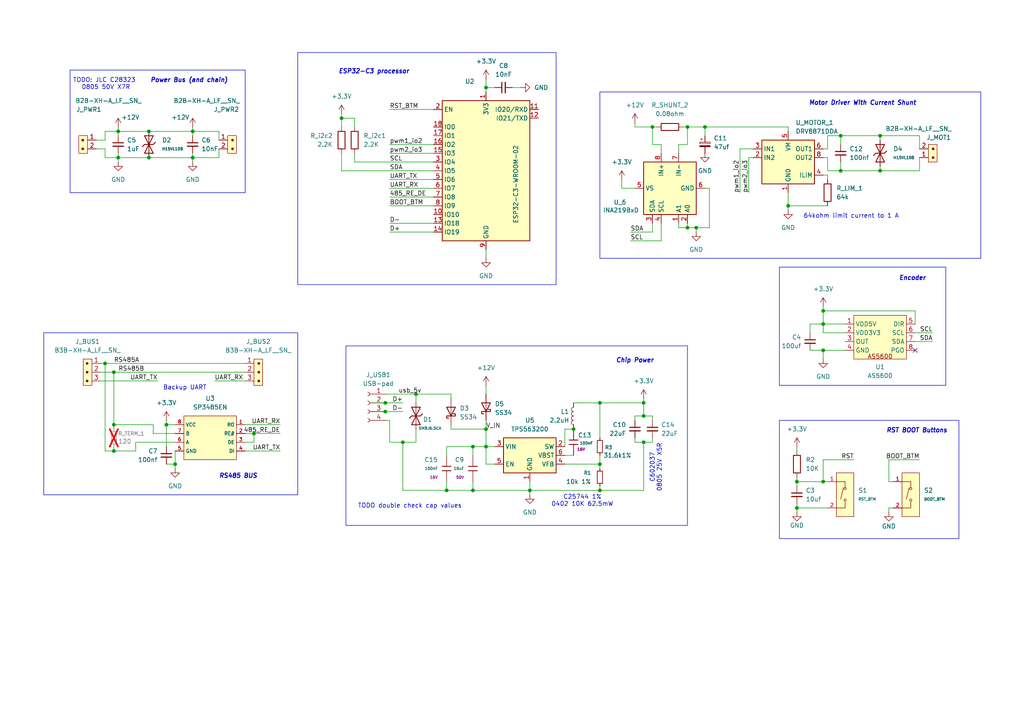
<source format=kicad_sch>
(kicad_sch (version 20250114) (generator "eeschema") (generator_version "9.0")
  (paper "A4")
  (rectangle (start 20.32 20.32) (end 71.12 55.88))
  (rectangle (start 226.06 77.47) (end 274.32 111.76))
  (rectangle (start 12.7 96.52) (end 86.36 143.51))
  (rectangle (start 226.06 121.92) (end 278.13 156.21))
  (rectangle (start 86.36 15.24) (end 161.29 82.55))
  (rectangle (start 100.33 100.33) (end 199.39 152.4))
  (rectangle (start 173.99 26.67) (end 284.48 74.93))
  (text "Power Bus (and chain)" (at 54.864 23.368 0) (effects (font (size 1.27 1.27) (thickness 0.254) (bold yes) (italic yes))))
  (text "RS485 BUS" (at 69.088 138.176 0) (effects (font (size 1.27 1.27) (thickness 0.254) (bold yes) (italic yes))))
  (text "ESP32-C3 processor" (at 108.458 20.828 0) (effects (font (size 1.27 1.27) (thickness 0.254) (bold yes) (italic yes))))
  (text "Motor Driver With Current Shunt" (at 250.19 29.972 0) (effects (font (size 1.27 1.27) (thickness 0.254) (bold yes) (italic yes))))
  (text "C25744 1%\n0402 10K 62.5mW" (at 168.91 145.288 0) (effects (font (size 1.27 1.27))))
  (text "TODO double check cap values" (at 118.872 146.812 0) (effects (font (size 1.27 1.27))))
  (text "TODO: JLC C28323 \n0805 50V X7R\n" (at 30.734 24.384 0) (effects (font (size 1.27 1.27))))
  (text "Backup UART" (at 53.594 112.522 0) (effects (font (size 1.27 1.27) (thickness 0.1588))))
  (text "Encoder" (at 264.668 80.772 0) (effects (font (size 1.27 1.27) (thickness 0.254) (bold yes) (italic yes))))
  (text "Chip Power" (at 184.15 104.648 0) (effects (font (size 1.27 1.27) (thickness 0.254) (bold yes) (italic yes))))
  (text "64kohm limit current to 1 A" (at 246.888 62.738 0) (effects (font (size 1.27 1.27))))
  (text "RST BOOT Buttons" (at 265.938 124.968 0) (effects (font (size 1.27 1.27) (thickness 0.254) (bold yes) (italic yes))))
  (text "C602037\n0805 25V X5R" (at 190.246 135.636 90) (effects (font (size 1.27 1.27))))
  (junction (at 140.97 129.54))
  (junction (at 189.23 36.83))
  (junction (at 173.99 142.24))
  (junction (at 30.48 105.41))
  (junction (at 204.47 36.83))
  (junction (at 111.76 116.84))
  (junction (at 228.6 59.69))
  (junction (at 186.69 120.65))
  (junction (at 231.14 139.7))
  (junction (at 99.06 34.29))
  (junction (at 243.84 39.37))
  (junction (at 153.67 142.24))
  (junction (at 55.88 38.1))
  (junction (at 33.02 123.19))
  (junction (at 111.76 119.38))
  (junction (at 140.97 124.46))
  (junction (at 33.02 107.95))
  (junction (at 166.37 124.46))
  (junction (at 255.27 39.37))
  (junction (at 73.66 125.73))
  (junction (at 238.76 101.6))
  (junction (at 231.14 147.32))
  (junction (at 238.76 90.17))
  (junction (at 137.16 142.24))
  (junction (at 33.02 130.81))
  (junction (at 116.84 128.27))
  (junction (at 129.54 142.24))
  (junction (at 199.39 36.83))
  (junction (at 50.8 134.62))
  (junction (at 43.18 45.72))
  (junction (at 243.84 49.53))
  (junction (at 48.26 123.19))
  (junction (at 34.29 38.1))
  (junction (at 199.39 66.04))
  (junction (at 140.97 25.4))
  (junction (at 55.88 45.72))
  (junction (at 238.76 93.98))
  (junction (at 186.69 116.84))
  (junction (at 186.69 128.27))
  (junction (at 34.29 45.72))
  (junction (at 43.18 38.1))
  (junction (at 201.93 66.04))
  (junction (at 255.27 49.53))
  (junction (at 173.99 116.84))
  (junction (at 137.16 129.54))
  (junction (at 238.76 139.7))
  (junction (at 120.65 114.3))
  (junction (at 173.99 134.62))
  (no_connect (at 265.43 101.6))
  (wire (pts (xy 39.37 130.81) (xy 39.37 128.27)))
  (wire (pts (xy 63.5 43.18) (xy 63.5 45.72)))
  (wire (pts (xy 50.8 130.81) (xy 50.8 134.62)))
  (wire (pts (xy 116.84 128.27) (xy 120.65 128.27)))
  (wire (pts (xy 50.8 135.89) (xy 50.8 134.62)))
  (wire (pts (xy 204.47 36.83) (xy 228.6 36.83)))
  (wire (pts (xy 73.66 125.73) (xy 73.66 128.27)))
  (wire (pts (xy 44.45 125.73) (xy 44.45 123.19)))
  (wire (pts (xy 240.03 43.18) (xy 240.03 39.37)))
  (wire (pts (xy 240.03 45.72) (xy 240.03 49.53)))
  (wire (pts (xy 113.03 64.77) (xy 125.73 64.77)))
  (wire (pts (xy 55.88 38.1) (xy 63.5 38.1)))
  (wire (pts (xy 71.12 125.73) (xy 73.66 125.73)))
  (wire (pts (xy 34.29 38.1) (xy 30.48 38.1)))
  (wire (pts (xy 204.47 36.83) (xy 204.47 39.37)))
  (wire (pts (xy 189.23 64.77) (xy 189.23 67.31)))
  (wire (pts (xy 33.02 130.81) (xy 39.37 130.81)))
  (wire (pts (xy 48.26 123.19) (xy 48.26 129.54)))
  (wire (pts (xy 34.29 36.83) (xy 34.29 38.1)))
  (wire (pts (xy 238.76 96.52) (xy 238.76 93.98)))
  (wire (pts (xy 243.84 39.37) (xy 255.27 39.37)))
  (wire (pts (xy 81.28 123.19) (xy 71.12 123.19)))
  (wire (pts (xy 214.63 43.18) (xy 214.63 55.88)))
  (wire (pts (xy 55.88 44.45) (xy 55.88 45.72)))
  (wire (pts (xy 137.16 129.54) (xy 140.97 129.54)))
  (wire (pts (xy 186.69 120.65) (xy 189.23 120.65)))
  (wire (pts (xy 29.21 107.95) (xy 33.02 107.95)))
  (wire (pts (xy 137.16 142.24) (xy 153.67 142.24)))
  (wire (pts (xy 240.03 50.8) (xy 240.03 52.07)))
  (wire (pts (xy 30.48 43.18) (xy 30.48 45.72)))
  (wire (pts (xy 173.99 142.24) (xy 186.69 142.24)))
  (wire (pts (xy 259.08 147.32) (xy 257.81 147.32)))
  (wire (pts (xy 140.97 22.86) (xy 140.97 25.4)))
  (wire (pts (xy 120.65 128.27) (xy 120.65 124.46)))
  (wire (pts (xy 238.76 101.6) (xy 238.76 104.14)))
  (wire (pts (xy 199.39 36.83) (xy 199.39 41.91)))
  (wire (pts (xy 34.29 45.72) (xy 34.29 46.99)))
  (wire (pts (xy 48.26 134.62) (xy 50.8 134.62)))
  (wire (pts (xy 186.69 128.27) (xy 189.23 128.27)))
  (wire (pts (xy 231.14 147.32) (xy 231.14 148.59)))
  (wire (pts (xy 148.59 25.4) (xy 151.13 25.4)))
  (wire (pts (xy 180.34 52.07) (xy 180.34 54.61)))
  (wire (pts (xy 113.03 52.07) (xy 125.73 52.07)))
  (wire (pts (xy 99.06 49.53) (xy 125.73 49.53)))
  (wire (pts (xy 231.14 139.7) (xy 231.14 140.97)))
  (wire (pts (xy 140.97 72.39) (xy 140.97 74.93)))
  (wire (pts (xy 189.23 41.91) (xy 191.77 41.91)))
  (wire (pts (xy 228.6 59.69) (xy 240.03 59.69)))
  (wire (pts (xy 33.02 123.19) (xy 33.02 124.46)))
  (wire (pts (xy 137.16 129.54) (xy 137.16 132.08)))
  (wire (pts (xy 228.6 36.83) (xy 228.6 38.1)))
  (wire (pts (xy 99.06 33.02) (xy 99.06 34.29)))
  (wire (pts (xy 234.95 101.6) (xy 238.76 101.6)))
  (wire (pts (xy 43.18 45.72) (xy 55.88 45.72)))
  (wire (pts (xy 30.48 45.72) (xy 34.29 45.72)))
  (wire (pts (xy 130.81 124.46) (xy 140.97 124.46)))
  (wire (pts (xy 238.76 139.7) (xy 238.76 133.35)))
  (wire (pts (xy 184.15 36.83) (xy 189.23 36.83)))
  (wire (pts (xy 29.21 105.41) (xy 30.48 105.41)))
  (wire (pts (xy 204.47 54.61) (xy 205.74 54.61)))
  (wire (pts (xy 39.37 128.27) (xy 50.8 128.27)))
  (wire (pts (xy 116.84 128.27) (xy 113.03 128.27)))
  (wire (pts (xy 255.27 48.26) (xy 255.27 49.53)))
  (wire (pts (xy 231.14 139.7) (xy 238.76 139.7)))
  (wire (pts (xy 120.65 114.3) (xy 120.65 116.84)))
  (wire (pts (xy 113.03 57.15) (xy 125.73 57.15)))
  (wire (pts (xy 102.87 46.99) (xy 125.73 46.99)))
  (wire (pts (xy 231.14 147.32) (xy 240.03 147.32)))
  (wire (pts (xy 173.99 132.08) (xy 173.99 134.62)))
  (wire (pts (xy 189.23 36.83) (xy 190.5 36.83)))
  (wire (pts (xy 199.39 36.83) (xy 204.47 36.83)))
  (wire (pts (xy 217.17 55.88) (xy 217.17 45.72)))
  (wire (pts (xy 30.48 38.1) (xy 30.48 40.64)))
  (wire (pts (xy 180.34 54.61) (xy 184.15 54.61)))
  (wire (pts (xy 34.29 38.1) (xy 43.18 38.1)))
  (wire (pts (xy 153.67 142.24) (xy 173.99 142.24)))
  (wire (pts (xy 196.85 66.04) (xy 199.39 66.04)))
  (wire (pts (xy 143.51 134.62) (xy 140.97 134.62)))
  (wire (pts (xy 55.88 36.83) (xy 55.88 38.1)))
  (wire (pts (xy 184.15 127) (xy 184.15 128.27)))
  (wire (pts (xy 186.69 128.27) (xy 186.69 142.24)))
  (wire (pts (xy 130.81 114.3) (xy 130.81 115.57)))
  (wire (pts (xy 265.43 93.98) (xy 265.43 90.17)))
  (wire (pts (xy 30.48 105.41) (xy 71.12 105.41)))
  (wire (pts (xy 129.54 129.54) (xy 137.16 129.54)))
  (wire (pts (xy 257.81 139.7) (xy 259.08 139.7)))
  (wire (pts (xy 113.03 121.92) (xy 113.03 128.27)))
  (wire (pts (xy 102.87 44.45) (xy 102.87 46.99)))
  (wire (pts (xy 111.76 116.84) (xy 116.84 116.84)))
  (wire (pts (xy 113.03 67.31) (xy 125.73 67.31)))
  (wire (pts (xy 243.84 39.37) (xy 243.84 41.91)))
  (wire (pts (xy 30.48 105.41) (xy 30.48 130.81)))
  (wire (pts (xy 140.97 124.46) (xy 140.97 129.54)))
  (wire (pts (xy 243.84 49.53) (xy 255.27 49.53)))
  (wire (pts (xy 73.66 128.27) (xy 71.12 128.27)))
  (wire (pts (xy 231.14 146.05) (xy 231.14 147.32)))
  (wire (pts (xy 228.6 59.69) (xy 228.6 60.96)))
  (wire (pts (xy 129.54 139.7) (xy 129.54 142.24)))
  (wire (pts (xy 217.17 45.72) (xy 218.44 45.72)))
  (wire (pts (xy 182.88 67.31) (xy 189.23 67.31)))
  (wire (pts (xy 266.7 39.37) (xy 266.7 43.18)))
  (wire (pts (xy 184.15 120.65) (xy 184.15 121.92)))
  (wire (pts (xy 245.11 96.52) (xy 238.76 96.52)))
  (wire (pts (xy 43.18 38.1) (xy 55.88 38.1)))
  (wire (pts (xy 184.15 128.27) (xy 186.69 128.27)))
  (wire (pts (xy 48.26 121.92) (xy 48.26 123.19)))
  (wire (pts (xy 107.95 116.84) (xy 111.76 116.84)))
  (wire (pts (xy 163.83 132.08) (xy 166.37 132.08)))
  (wire (pts (xy 140.97 111.76) (xy 140.97 114.3)))
  (wire (pts (xy 240.03 49.53) (xy 243.84 49.53)))
  (wire (pts (xy 163.83 124.46) (xy 163.83 129.54)))
  (wire (pts (xy 189.23 36.83) (xy 189.23 41.91)))
  (wire (pts (xy 191.77 69.85) (xy 191.77 64.77)))
  (wire (pts (xy 113.03 31.75) (xy 125.73 31.75)))
  (wire (pts (xy 196.85 64.77) (xy 196.85 66.04)))
  (wire (pts (xy 48.26 123.19) (xy 50.8 123.19)))
  (wire (pts (xy 34.29 45.72) (xy 43.18 45.72)))
  (wire (pts (xy 265.43 96.52) (xy 270.51 96.52)))
  (wire (pts (xy 55.88 38.1) (xy 55.88 39.37)))
  (wire (pts (xy 238.76 93.98) (xy 234.95 93.98)))
  (wire (pts (xy 107.95 119.38) (xy 111.76 119.38)))
  (wire (pts (xy 186.69 115.57) (xy 186.69 116.84)))
  (wire (pts (xy 238.76 101.6) (xy 245.11 101.6)))
  (wire (pts (xy 30.48 43.18) (xy 27.94 43.18)))
  (wire (pts (xy 238.76 133.35) (xy 247.65 133.35)))
  (wire (pts (xy 44.45 123.19) (xy 33.02 123.19)))
  (wire (pts (xy 186.69 116.84) (xy 186.69 120.65)))
  (wire (pts (xy 173.99 134.62) (xy 173.99 135.89)))
  (wire (pts (xy 231.14 129.54) (xy 231.14 130.81)))
  (wire (pts (xy 257.81 139.7) (xy 257.81 133.35)))
  (wire (pts (xy 184.15 35.56) (xy 184.15 36.83)))
  (wire (pts (xy 199.39 64.77) (xy 199.39 66.04)))
  (wire (pts (xy 238.76 43.18) (xy 240.03 43.18)))
  (wire (pts (xy 228.6 55.88) (xy 228.6 59.69)))
  (wire (pts (xy 130.81 124.46) (xy 130.81 123.19)))
  (wire (pts (xy 137.16 139.7) (xy 137.16 142.24)))
  (wire (pts (xy 140.97 129.54) (xy 143.51 129.54)))
  (wire (pts (xy 182.88 69.85) (xy 191.77 69.85)))
  (wire (pts (xy 63.5 38.1) (xy 63.5 40.64)))
  (wire (pts (xy 113.03 59.69) (xy 125.73 59.69)))
  (wire (pts (xy 205.74 54.61) (xy 205.74 66.04)))
  (wire (pts (xy 81.28 130.81) (xy 71.12 130.81)))
  (wire (pts (xy 113.03 41.91) (xy 125.73 41.91)))
  (wire (pts (xy 243.84 49.53) (xy 243.84 46.99)))
  (wire (pts (xy 129.54 142.24) (xy 137.16 142.24)))
  (wire (pts (xy 120.65 114.3) (xy 130.81 114.3)))
  (wire (pts (xy 129.54 129.54) (xy 129.54 132.08)))
  (wire (pts (xy 173.99 116.84) (xy 173.99 127)))
  (wire (pts (xy 240.03 50.8) (xy 238.76 50.8)))
  (wire (pts (xy 116.84 142.24) (xy 129.54 142.24)))
  (wire (pts (xy 140.97 124.46) (xy 140.97 121.92)))
  (wire (pts (xy 153.67 143.51) (xy 153.67 142.24)))
  (wire (pts (xy 30.48 130.81) (xy 33.02 130.81)))
  (wire (pts (xy 81.28 125.73) (xy 73.66 125.73)))
  (wire (pts (xy 140.97 25.4) (xy 143.51 25.4)))
  (wire (pts (xy 55.88 45.72) (xy 55.88 46.99)))
  (wire (pts (xy 34.29 44.45) (xy 34.29 45.72)))
  (wire (pts (xy 257.81 147.32) (xy 257.81 148.59)))
  (wire (pts (xy 29.21 110.49) (xy 45.72 110.49)))
  (wire (pts (xy 116.84 128.27) (xy 116.84 142.24)))
  (wire (pts (xy 189.23 120.65) (xy 189.23 121.92)))
  (wire (pts (xy 238.76 93.98) (xy 245.11 93.98)))
  (wire (pts (xy 238.76 90.17) (xy 238.76 93.98)))
  (wire (pts (xy 33.02 107.95) (xy 33.02 123.19)))
  (wire (pts (xy 214.63 43.18) (xy 218.44 43.18)))
  (wire (pts (xy 173.99 142.24) (xy 173.99 140.97)))
  (wire (pts (xy 102.87 36.83) (xy 102.87 34.29)))
  (wire (pts (xy 153.67 139.7) (xy 153.67 142.24)))
  (wire (pts (xy 33.02 107.95) (xy 71.12 107.95)))
  (wire (pts (xy 99.06 34.29) (xy 99.06 36.83)))
  (wire (pts (xy 257.81 133.35) (xy 266.7 133.35)))
  (wire (pts (xy 184.15 120.65) (xy 186.69 120.65)))
  (wire (pts (xy 113.03 44.45) (xy 125.73 44.45)))
  (wire (pts (xy 34.29 38.1) (xy 34.29 39.37)))
  (wire (pts (xy 255.27 39.37) (xy 266.7 39.37)))
  (wire (pts (xy 201.93 66.04) (xy 205.74 66.04)))
  (wire (pts (xy 265.43 99.06) (xy 270.51 99.06)))
  (wire (pts (xy 140.97 129.54) (xy 140.97 134.62)))
  (wire (pts (xy 99.06 44.45) (xy 99.06 49.53)))
  (wire (pts (xy 199.39 41.91) (xy 196.85 41.91)))
  (wire (pts (xy 231.14 138.43) (xy 231.14 139.7)))
  (wire (pts (xy 234.95 93.98) (xy 234.95 96.52)))
  (wire (pts (xy 113.03 121.92) (xy 111.76 121.92)))
  (wire (pts (xy 265.43 90.17) (xy 238.76 90.17)))
  (wire (pts (xy 62.23 110.49) (xy 71.12 110.49)))
  (wire (pts (xy 198.12 36.83) (xy 199.39 36.83)))
  (wire (pts (xy 140.97 25.4) (xy 140.97 26.67)))
  (wire (pts (xy 199.39 66.04) (xy 201.93 66.04)))
  (wire (pts (xy 111.76 114.3) (xy 120.65 114.3)))
  (wire (pts (xy 99.06 34.29) (xy 102.87 34.29)))
  (wire (pts (xy 238.76 139.7) (xy 240.03 139.7)))
  (wire (pts (xy 166.37 116.84) (xy 173.99 116.84)))
  (wire (pts (xy 201.93 66.04) (xy 201.93 67.31)))
  (wire (pts (xy 63.5 45.72) (xy 55.88 45.72)))
  (wire (pts (xy 240.03 39.37) (xy 243.84 39.37)))
  (wire (pts (xy 163.83 134.62) (xy 173.99 134.62)))
  (wire (pts (xy 191.77 41.91) (xy 191.77 44.45)))
  (wire (pts (xy 238.76 45.72) (xy 240.03 45.72)))
  (wire (pts (xy 238.76 88.9) (xy 238.76 90.17)))
  (wire (pts (xy 111.76 119.38) (xy 116.84 119.38)))
  (wire (pts (xy 173.99 116.84) (xy 186.69 116.84)))
  (wire (pts (xy 255.27 39.37) (xy 255.27 40.64)))
  (wire (pts (xy 30.48 40.64) (xy 27.94 40.64)))
  (wire (pts (xy 44.45 125.73) (xy 50.8 125.73)))
  (wire (pts (xy 266.7 49.53) (xy 266.7 45.72)))
  (wire (pts (xy 196.85 41.91) (xy 196.85 44.45)))
  (wire (pts (xy 33.02 129.54) (xy 33.02 130.81)))
  (wire (pts (xy 255.27 49.53) (xy 266.7 49.53)))
  (wire (pts (xy 189.23 127) (xy 189.23 128.27)))
  (wire (pts (xy 113.03 54.61) (xy 125.73 54.61)))
  (wire (pts (xy 163.83 124.46) (xy 166.37 124.46)))
  (label "usb_5v" (at 115.57 114.3 0))
  (label "pwm1_io2" (at 214.63 55.88 90))
  (label "BOOT_BTM" (at 266.7 133.35 180))
  (label "SCL" (at 182.88 69.85 0))
  (label "UART_RX" (at 113.03 54.61 0))
  (label "pwm2_io3" (at 113.03 44.45 0))
  (label "SDA" (at 113.03 49.53 0))
  (label "RS485B" (at 34.29 107.95 0))
  (label "D+" (at 116.84 116.84 180))
  (label "SDA" (at 182.88 67.31 0))
  (label "SCL" (at 270.51 96.52 180))
  (label "D+" (at 113.03 67.31 0))
  (label "D-" (at 116.84 119.38 180))
  (label "BOOT_BTM" (at 113.03 59.69 0))
  (label "UART_RX" (at 81.28 123.19 180))
  (label "SCL" (at 113.03 46.99 0))
  (label "485_RE_DE" (at 81.28 125.73 180))
  (label "pwm2_io3" (at 217.17 55.88 90))
  (label "pwm1_io2" (at 113.03 41.91 0))
  (label "SDA" (at 270.51 99.06 180))
  (label "D-" (at 113.03 64.77 0))
  (label "RST_BTM" (at 113.03 31.75 0))
  (label "V_IN" (at 140.97 124.46 0))
  (label "RST" (at 247.65 133.35 180))
  (label "UART_RX" (at 62.23 110.49 0))
  (label "UART_TX" (at 45.72 110.49 180))
  (label "RS485A" (at 33.02 105.41 0))
  (label "485_RE_DE" (at 113.03 57.15 0))
  (label "UART_TX" (at 81.28 130.81 180))
  (label "UART_TX" (at 113.03 52.07 0))
  (symbol (lib_id "power:+12V") (at 55.88 36.83 0) (mirror y) (unit 1)
    (property "Reference" "#PWR06" (effects (hide yes)))
    (property "Value" "+12V" (at 52.324 34.036 0))
    (property "Description" "Power symbol creates a global label with name \"+12V\"" (effects (hide yes)))
  )
  (symbol (lib_id "Diode:SS34") (at 140.97 118.11 90) (unit 1)
    (property "Reference" "D5" (at 143.51 117.1574 90) (effects (justify right)))
    (property "Value" "SS34" (at 143.51 119.6974 90) (effects (justify right)))
    (property "Footprint" "Diode_SMD:D_SMA" (effects (hide yes)))
    (property "Datasheet" "https://www.vishay.com/docs/88751/ss32.pdf" (effects (hide yes)))
    (property "Description" "40V 3A Schottky Diode, SMA" (effects (hide yes)))
  )
  (symbol (lib_id "Device:R_Small") (at 173.99 138.43 0) (mirror y) (unit 1)
    (property "Reference" "R1" (at 171.45 137.1599 0) (effects (font (size 1.016 1.016)) (justify left)))
    (property "Value" "10k 1%" (at 171.45 139.6999 0) (effects (justify left)))
    (property "Description" "Resistor, small symbol" (effects (hide yes)))
  )
  (symbol (lib_id "power:GND") (at 140.97 74.93 0) (unit 1)
    (property "Reference" "#PWR04" (effects (hide yes)))
    (property "Value" "GND" (at 140.97 80.01 0))
    (property "Description" "Power symbol creates a global label with name \"GND\" , ground" (effects (hide yes)))
  )
  (symbol (lib_id "Device:C_Small") (at 184.15 124.46 0) (mirror y) (unit 1)
    (property "Reference" "C10" (at 181.61 123.1962 0) (effects (justify left)))
    (property "Value" "22uF" (at 181.61 125.7362 0) (effects (justify left)))
    (property "Description" "Unpolarized capacitor, small symbol" (effects (hide yes)))
  )
  (symbol (lib_id "power:GND") (at 238.76 104.14 0) (unit 1)
    (property "Reference" "#PWR017" (effects (hide yes)))
    (property "Value" "GND" (at 238.76 109.22 0))
    (property "Description" "Power symbol creates a global label with name \"GND\" , ground" (effects (hide yes)))
  )
  (symbol (lib_id "Device:C_Small") (at 231.14 143.51 0) (unit 1)
    (property "Reference" "C3" (at 233.68 142.2462 0) (effects (justify left)))
    (property "Value" "10uf" (at 233.68 144.7862 0) (effects (justify left)))
    (property "Description" "Unpolarized capacitor, small symbol" (effects (hide yes)))
  )
  (symbol (lib_id "Device:C_Small") (at 34.29 41.91 0) (unit 1)
    (property "Reference" "C5" (at 36.83 40.6462 0) (effects (justify left)))
    (property "Value" "1uF" (at 36.83 43.1862 0) (effects (justify left)))
    (property "Footprint" "digikey-footprints:1206" (effects (hide yes)))
    (property "Description" "Unpolarized capacitor, small symbol" (effects (hide yes)))
  )
  (symbol (lib_id "Device:L") (at 166.37 120.65 0) (mirror y) (unit 1)
    (property "Reference" "L1" (at 165.1 119.3799 0) (effects (justify left)))
    (property "Value" "2.2uH" (at 165.1 121.9199 0) (effects (justify left)))
    (property "Description" "Inductor" (effects (hide yes)))
  )
  (symbol (lib_id "PCM_JLCPCB-Interface:Transceiver, RS485/422, 10Mbps, SP3485EN-L/TR") (at 60.96 128.27 0) (mirror y) (unit 1)
    (property "Reference" "U3" (at 60.96 115.57 0))
    (property "Value" "SP3485EN" (at 60.96 118.11 0))
    (property "Footprint" "PCM_JLCPCB:SOIC-8_L5.0-W4.0-P1.27-LS6.0-BL" (effects (hide yes)))
    (property "Datasheet" "https://www.lcsc.com/datasheet/lcsc_datasheet_2304140030_MaxLinear-SP3485EN-L-TR_C8963.pdf" (effects (hide yes)))
    (property "Description" "Transceiver 10Mbps 1/1 SOIC-8 RS-485 / RS-422 ICs ROHS" (effects (hide yes)))
    (property "LCSC" "C8963" (effects (hide yes)))
    (property "Stock" "172212" (effects (hide yes)))
    (property "Price" "0.204USD" (effects (hide yes)))
    (property "Process" "SMT" (effects (hide yes)))
    (property "Minimum Qty" "1" (effects (hide yes)))
    (property "Attrition Qty" "0" (effects (hide yes)))
    (property "Class" "Basic Component" (effects (hide yes)))
    (property "Category" "Interface ICs,RS-485/RS-422 ICs" (effects (hide yes)))
    (property "Manufacturer" "MaxLinear" (effects (hide yes)))
    (property "Part" "SP3485EN-L/TR" (effects (hide yes)))
    (property "Supply Voltage" "3.3V" (effects (hide yes)))
    (property "Data Rate" "10Mbps" (effects (hide yes)))
    (property "Driver/Receiver" "1/1" (effects (hide yes)))
    (property "Operating Temperature" "-40°C~+85°C" (effects (hide yes)))
    (property "Types" "transceiver" (effects (hide yes)))
  )
  (symbol (lib_id "Device:R") (at 194.31 36.83 270) (mirror x) (unit 1)
    (property "Reference" "R_SHUNT_2" (at 194.31 30.48 90))
    (property "Value" "0.08ohm" (at 194.31 33.02 90))
    (property "Description" "Resistor" (effects (hide yes)))
  )
  (symbol (lib_id "power:+3.3V") (at 231.14 129.54 0) (unit 1)
    (property "Reference" "#PWR013" (effects (hide yes)))
    (property "Value" "+3.3V" (at 231.14 124.46 0))
    (property "Description" "Power symbol creates a global label with name \"+3.3V\"" (effects (hide yes)))
  )
  (symbol (lib_id "power:+12V") (at 140.97 111.76 0) (unit 1)
    (property "Reference" "#PWR07" (effects (hide yes)))
    (property "Value" "+12V" (at 140.97 106.68 0))
    (property "Description" "Power symbol creates a global label with name \"+12V\"" (effects (hide yes)))
  )
  (symbol (lib_id "Driver_Motor:DRV8871DDA") (at 228.6 45.72 0) (unit 1)
    (property "Reference" "U_MOTOR_1" (at 230.7433 35.56 0) (effects (justify left)))
    (property "Value" "DRV8871DDA" (at 230.7433 38.1 0) (effects (justify left)))
    (property "Footprint" "Package_SO:Texas_HTSOP-8-1EP_3.9x4.9mm_P1.27mm_EP2.95x4.9mm_Mask2.4x3.1mm_ThermalVias" (effects (hide yes)))
    (property "Datasheet" "http://www.ti.com/lit/ds/symlink/drv8871.pdf" (effects (hide yes)))
    (property "Description" "Brushed DC Motor Driver, PWM Control, 45V, 3.6A, Current limiting, HTSOP-8" (effects (hide yes)))
  )
  (symbol (lib_id "dk_Rectangular-Connectors-Headers-Male-Pins:B3B-XH-A_LF__SN_") (at 26.67 105.41 270) (unit 1)
    (property "Reference" "J_BUS1" (at 25.4 99.06 90))
    (property "Value" "B3B-XH-A_LF__SN_" (at 25.4 101.6 90))
    (property "Footprint" "digikey-footprints:PinHeader_1x3_P2.5mm_Drill1.1mm" (effects (hide yes)))
    (property "Datasheet" "http://www.jst-mfg.com/product/pdf/eng/eXH.pdf" (effects (hide yes)))
    (property "Description" "CONN HEADER VERT 3POS 2.5MM" (effects (hide yes)))
    (property "Digi-Key_PN" "455-2248-ND" (effects (hide yes)))
    (property "MPN" "B3B-XH-A(LF)(SN)" (effects (hide yes)))
    (property "Category" "Connectors, Interconnects" (effects (hide yes)))
    (property "Family" "Rectangular Connectors - Headers, Male Pins" (effects (hide yes)))
    (property "DK_Datasheet_Link" "http://www.jst-mfg.com/product/pdf/eng/eXH.pdf" (effects (hide yes)))
    (property "DK_Detail_Page" "/product-detail/en/jst-sales-america-inc/B3B-XH-A(LF)(SN)/455-2248-ND/1651046" (effects (hide yes)))
    (property "Description_1" "CONN HEADER VERT 3POS 2.5MM" (effects (hide yes)))
    (property "Manufacturer" "JST Sales America Inc." (effects (hide yes)))
    (property "Status" "Active" (effects (hide yes)))
  )
  (symbol (lib_id "Sensor_Energy:INA219BxD") (at 194.31 54.61 90) (mirror x) (unit 1)
    (property "Reference" "U_6" (at 179.832 58.674 90))
    (property "Value" "INA219BxD" (at 180.086 60.96 90))
    (property "Footprint" "Package_SO:SOIC-8_3.9x4.9mm_P1.27mm" (effects (hide yes)))
    (property "Datasheet" "http://www.ti.com/lit/ds/symlink/ina219.pdf" (effects (hide yes)))
    (property "Description" "Zero-Drift, HighAccuracy, Bidirectional Current/Power Monitor (0-26V) With I2C Interface, SOIC-8" (effects (hide yes)))
  )
  (symbol (lib_id "dk_Rectangular-Connectors-Headers-Male-Pins:B3B-XH-A_LF__SN_") (at 73.66 105.41 90) (mirror x) (unit 1)
    (property "Reference" "J_BUS2" (at 74.93 99.06 90))
    (property "Value" "B3B-XH-A_LF__SN_" (at 74.93 101.6 90))
    (property "Footprint" "digikey-footprints:PinHeader_1x3_P2.5mm_Drill1.1mm" (effects (hide yes)))
    (property "Datasheet" "http://www.jst-mfg.com/product/pdf/eng/eXH.pdf" (effects (hide yes)))
    (property "Description" "CONN HEADER VERT 3POS 2.5MM" (effects (hide yes)))
    (property "Digi-Key_PN" "455-2248-ND" (effects (hide yes)))
    (property "MPN" "B3B-XH-A(LF)(SN)" (effects (hide yes)))
    (property "Category" "Connectors, Interconnects" (effects (hide yes)))
    (property "Family" "Rectangular Connectors - Headers, Male Pins" (effects (hide yes)))
    (property "DK_Datasheet_Link" "http://www.jst-mfg.com/product/pdf/eng/eXH.pdf" (effects (hide yes)))
    (property "DK_Detail_Page" "/product-detail/en/jst-sales-america-inc/B3B-XH-A(LF)(SN)/455-2248-ND/1651046" (effects (hide yes)))
    (property "Description_1" "CONN HEADER VERT 3POS 2.5MM" (effects (hide yes)))
    (property "Manufacturer" "JST Sales America Inc." (effects (hide yes)))
    (property "Status" "Active" (effects (hide yes)))
  )
  (symbol (lib_id "Device:C_Small") (at 243.84 44.45 0) (unit 1)
    (property "Reference" "C12" (at 246.38 43.1862 0) (effects (justify left)))
    (property "Value" "100nf" (at 246.38 45.7262 0) (effects (justify left)))
    (property "Description" "Unpolarized capacitor, small symbol" (effects (hide yes)))
  )
  (symbol (lib_id "power:GND") (at 204.47 44.45 0) (unit 1)
    (property "Reference" "#PWR027" (effects (hide yes)))
    (property "Value" "GND" (at 204.47 49.53 0))
    (property "Description" "Power symbol creates a global label with name \"GND\" , ground" (effects (hide yes)))
  )
  (symbol (lib_id "power:+12V") (at 184.15 35.56 0) (unit 1)
    (property "Reference" "#PWR021" (effects (hide yes)))
    (property "Value" "+12V" (at 184.15 30.48 0))
    (property "Description" "Power symbol creates a global label with name \"+12V\"" (effects (hide yes)))
  )
  (symbol (lib_id "power:+3.3V") (at 99.06 33.02 0) (unit 1)
    (property "Reference" "#PWR012" (effects (hide yes)))
    (property "Value" "+3.3V" (at 99.06 27.94 0))
    (property "Description" "Power symbol creates a global label with name \"+3.3V\"" (effects (hide yes)))
  )
  (symbol (lib_id "power:+3.3V") (at 48.26 121.92 0) (mirror y) (unit 1)
    (property "Reference" "#PWR020" (effects (hide yes)))
    (property "Value" "+3.3V" (at 48.26 116.84 0))
    (property "Description" "Power symbol creates a global label with name \"+3.3V\"" (effects (hide yes)))
  )
  (symbol (lib_id "dk_Rectangular-Connectors-Headers-Male-Pins:B2B-XH-A_LF__SN_") (at 25.4 40.64 270) (unit 1)
    (property "Reference" "J_PWR1" (at 22.098 31.75 90) (effects (justify left)))
    (property "Value" "B2B-XH-A_LF__SN_" (at 21.844 29.21 90) (effects (justify left)))
    (property "Footprint" "digikey-footprints:PinHeader_1x2_P2.5mm_Drill1.1mm" (effects (hide yes)))
    (property "Datasheet" "http://www.jst-mfg.com/product/pdf/eng/eXH.pdf" (effects (hide yes)))
    (property "Description" "CONN HEADER VERT 2POS 2.5MM" (effects (hide yes)))
    (property "Digi-Key_PN" "455-2247-ND" (effects (hide yes)))
    (property "MPN" "B2B-XH-A(LF)(SN)" (effects (hide yes)))
    (property "Category" "Connectors, Interconnects" (effects (hide yes)))
    (property "Family" "Rectangular Connectors - Headers, Male Pins" (effects (hide yes)))
    (property "DK_Datasheet_Link" "http://www.jst-mfg.com/product/pdf/eng/eXH.pdf" (effects (hide yes)))
    (property "DK_Detail_Page" "/product-detail/en/jst-sales-america-inc/B2B-XH-A(LF)(SN)/455-2247-ND/1651045" (effects (hide yes)))
    (property "Description_1" "CONN HEADER VERT 2POS 2.5MM" (effects (hide yes)))
    (property "Manufacturer" "JST Sales America Inc." (effects (hide yes)))
    (property "Status" "Active" (effects (hide yes)))
  )
  (symbol (lib_id "power:+12V") (at 34.29 36.83 0) (unit 1)
    (property "Reference" "#PWR02" (effects (hide yes)))
    (property "Value" "+12V" (at 37.846 34.036 0))
    (property "Description" "Power symbol creates a global label with name \"+12V\"" (effects (hide yes)))
  )
  (symbol (lib_id "Device:C_Small") (at 55.88 41.91 0) (unit 1)
    (property "Reference" "C6" (at 58.42 40.6462 0) (effects (justify left)))
    (property "Value" "10nF" (at 58.42 43.1862 0) (effects (justify left)))
    (property "Footprint" "digikey-footprints:1206" (effects (hide yes)))
    (property "Description" "Unpolarized capacitor, small symbol" (effects (hide yes)))
  )
  (symbol (lib_id "PCM_JLCPCB-Capacitors:0805,10uF,(2)") (at 137.16 135.89 0) (mirror y) (unit 1)
    (property "Reference" "C9" (at 134.62 133.3499 0) (effects (justify left)))
    (property "Value" "10uF" (at 134.62 135.89 0) (effects (font (size 0.8 0.8)) (justify left)))
    (property "Footprint" "PCM_JLCPCB:C_0805" (effects (hide yes)))
    (property "Datasheet" "https://www.lcsc.com/datasheet/lcsc_datasheet_2411041759_Murata-Electronics-GRM21BR61H106KE43L_C440198.pdf" (effects (hide yes)))
    (property "Description" "50V 10uF X5R ±10% 0805 Multilayer Ceramic Capacitors MLCC - SMD/SMT ROHS" (effects (hide yes)))
    (property "LCSC" "C440198" (effects (hide yes)))
    (property "Stock" "1422246" (effects (hide yes)))
    (property "Price" "0.066USD" (effects (hide yes)))
    (property "Process" "SMT" (effects (hide yes)))
    (property "Minimum Qty" "5" (effects (hide yes)))
    (property "Attrition Qty" "4" (effects (hide yes)))
    (property "Class" "Basic Component" (effects (hide yes)))
    (property "Category" "Capacitors,Multilayer Ceramic Capacitors MLCC - SMD/SMT" (effects (hide yes)))
    (property "Manufacturer" "Murata Electronics" (effects (hide yes)))
    (property "Part" "GRM21BR61H106KE43L" (effects (hide yes)))
    (property "Voltage Rated" "50V" (at 134.62 138.43 0) (effects (font (size 0.8 0.8)) (justify left)))
    (property "Tolerance" "±10%" (effects (hide yes)))
    (property "Capacitance" "10uF" (effects (hide yes)))
    (property "Temperature Coefficient" "X5R" (effects (hide yes)))
  )
  (symbol (lib_id "PCM_JLCPCB-Capacitors:0402,100nF") (at 166.37 128.27 0) (unit 1)
    (property "Reference" "C13" (at 167.64 126.238 0) (effects (justify left)))
    (property "Value" "100nF" (at 168.148 128.524 0) (effects (font (size 0.8 0.8)) (justify left)))
    (property "Footprint" "PCM_JLCPCB:C_0402" (effects (hide yes)))
    (property "Datasheet" "https://www.lcsc.com/datasheet/lcsc_datasheet_2304140030_Samsung-Electro-Mechanics-CL05B104KO5NNNC_C1525.pdf" (effects (hide yes)))
    (property "Description" "16V 100nF X7R ±10% 0402 Multilayer Ceramic Capacitors MLCC - SMD/SMT ROHS" (effects (hide yes)))
    (property "LCSC" "C1525" (effects (hide yes)))
    (property "Stock" "20208285" (effects (hide yes)))
    (property "Price" "0.004USD" (effects (hide yes)))
    (property "Process" "SMT" (effects (hide yes)))
    (property "Minimum Qty" "20" (effects (hide yes)))
    (property "Attrition Qty" "10" (effects (hide yes)))
    (property "Class" "Basic Component" (effects (hide yes)))
    (property "Category" "Capacitors,Multilayer Ceramic Capacitors MLCC - SMD/SMT" (effects (hide yes)))
    (property "Manufacturer" "Samsung Electro-Mechanics" (effects (hide yes)))
    (property "Part" "CL05B104KO5NNNC" (effects (hide yes)))
    (property "Voltage Rated" "16V" (at 167.386 130.302 0) (effects (font (size 0.8 0.8)) (justify left)))
    (property "Tolerance" "±10%" (effects (hide yes)))
    (property "Capacitance" "100nF" (effects (hide yes)))
    (property "Temperature Coefficient" "X7R" (effects (hide yes)))
  )
  (symbol (lib_id "power:+3.3V") (at 186.69 115.57 0) (unit 1)
    (property "Reference" "#PWR01" (effects (hide yes)))
    (property "Value" "+3.3V" (at 186.69 110.49 0))
    (property "Description" "Power symbol creates a global label with name \"+3.3V\"" (effects (hide yes)))
  )
  (symbol (lib_id "Connector:Conn_01x04_Socket") (at 106.68 116.84 0) (mirror y) (unit 1)
    (property "Reference" "J_USB1" (at 109.728 108.712 0))
    (property "Value" "USB-pad" (at 109.728 111.252 0))
    (property "Description" "Generic connector, single row, 01x04, script generated" (effects (hide yes)))
  )
  (symbol (lib_id "power:GND") (at 231.14 148.59 0) (unit 1)
    (property "Reference" "#PWR014" (effects (hide yes)))
    (property "Value" "GND" (at 231.14 152.4 0))
    (property "Description" "Power symbol creates a global label with name \"GND\" , ground" (effects (hide yes)))
  )
  (symbol (lib_id "Device:C_Small") (at 48.26 132.08 0) (unit 1)
    (property "Reference" "C7" (at 45.72 130.8162 0) (effects (justify right)))
    (property "Value" "100nf" (at 45.72 133.3562 0) (effects (justify right)))
    (property "Description" "Unpolarized capacitor, small symbol" (effects (hide yes)))
  )
  (symbol (lib_id "PCM_JLCPCB-Diodes:TVS-Bi,H15VL10B") (at 255.27 44.45 0) (unit 1)
    (property "Reference" "D4" (at 259.08 43.1799 0) (effects (justify left)))
    (property "Value" "H15VL10B" (at 259.08 45.72 0) (effects (font (size 0.8 0.8)) (justify left)))
    (property "Footprint" "PCM_JLCPCB:D_DFN1006-2L" (effects (hide yes)))
    (property "Datasheet" "https://wmsc.lcsc.com/wmsc/upload/file/pdf/v2/lcsc/2401261524_hongjiacheng-H15VL10B_C20615791.pdf" (effects (hide yes)))
    (property "Description" "8A 320W 40V 19.5V Bidirectional 15V DFN1006-2L ESD and Surge Protection (TVS/ESD) ROHS" (effects (hide yes)))
    (property "LCSC" "C20615791" (effects (hide yes)))
    (property "Stock" "42523" (effects (hide yes)))
    (property "Price" "0.017USD" (effects (hide yes)))
    (property "Process" "SMT" (effects (hide yes)))
    (property "Minimum Qty" "20" (effects (hide yes)))
    (property "Attrition Qty" "10" (effects (hide yes)))
    (property "Class" "Preferred Component" (effects (hide yes)))
    (property "Category" "TVS/Fuse/Board Level Protection,Electrostatic And Surge Protection (TVS/ESD)" (effects (hide yes)))
    (property "Manufacturer" "hongjiacheng" (effects (hide yes)))
    (property "Part" "H15VL10B" (effects (hide yes)))
  )
  (symbol (lib_id "power:GND") (at 228.6 60.96 0) (unit 1)
    (property "Reference" "#PWR09" (effects (hide yes)))
    (property "Value" "GND" (at 228.6 66.04 0))
    (property "Description" "Power symbol creates a global label with name \"GND\" , ground" (effects (hide yes)))
  )
  (symbol (lib_id "dk_Rectangular-Connectors-Headers-Male-Pins:B2B-XH-A_LF__SN_") (at 269.24 45.72 90) (unit 1)
    (property "Reference" "J_MOT1" (at 268.732 39.878 90) (effects (justify right)))
    (property "Value" "B2B-XH-A_LF__SN_" (at 256.794 37.338 90) (effects (justify right)))
    (property "Footprint" "digikey-footprints:PinHeader_1x2_P2.5mm_Drill1.1mm" (effects (hide yes)))
    (property "Datasheet" "http://www.jst-mfg.com/product/pdf/eng/eXH.pdf" (effects (hide yes)))
    (property "Description" "CONN HEADER VERT 2POS 2.5MM" (effects (hide yes)))
    (property "Digi-Key_PN" "455-2247-ND" (effects (hide yes)))
    (property "MPN" "B2B-XH-A(LF)(SN)" (effects (hide yes)))
    (property "Category" "Connectors, Interconnects" (effects (hide yes)))
    (property "Family" "Rectangular Connectors - Headers, Male Pins" (effects (hide yes)))
    (property "DK_Datasheet_Link" "http://www.jst-mfg.com/product/pdf/eng/eXH.pdf" (effects (hide yes)))
    (property "DK_Detail_Page" "/product-detail/en/jst-sales-america-inc/B2B-XH-A(LF)(SN)/455-2247-ND/1651045" (effects (hide yes)))
    (property "Description_1" "CONN HEADER VERT 2POS 2.5MM" (effects (hide yes)))
    (property "Manufacturer" "JST Sales America Inc." (effects (hide yes)))
    (property "Status" "Active" (effects (hide yes)))
  )
  (symbol (lib_id "Device:C_Small") (at 234.95 99.06 0) (mirror y) (unit 1)
    (property "Reference" "C4" (at 232.41 97.7962 0) (effects (justify left)))
    (property "Value" "100uf" (at 232.41 100.3362 0) (effects (justify left)))
    (property "Description" "Unpolarized capacitor, small symbol" (effects (hide yes)))
  )
  (symbol (lib_id "dk_Rectangular-Connectors-Headers-Male-Pins:B2B-XH-A_LF__SN_") (at 66.04 40.64 90) (mirror x) (unit 1)
    (property "Reference" "J_PWR2" (at 69.342 31.75 90) (effects (justify left)))
    (property "Value" "B2B-XH-A_LF__SN_" (at 69.596 29.21 90) (effects (justify left)))
    (property "Footprint" "digikey-footprints:PinHeader_1x2_P2.5mm_Drill1.1mm" (effects (hide yes)))
    (property "Datasheet" "http://www.jst-mfg.com/product/pdf/eng/eXH.pdf" (effects (hide yes)))
    (property "Description" "CONN HEADER VERT 2POS 2.5MM" (effects (hide yes)))
    (property "Digi-Key_PN" "455-2247-ND" (effects (hide yes)))
    (property "MPN" "B2B-XH-A(LF)(SN)" (effects (hide yes)))
    (property "Category" "Connectors, Interconnects" (effects (hide yes)))
    (property "Family" "Rectangular Connectors - Headers, Male Pins" (effects (hide yes)))
    (property "DK_Datasheet_Link" "http://www.jst-mfg.com/product/pdf/eng/eXH.pdf" (effects (hide yes)))
    (property "DK_Detail_Page" "/product-detail/en/jst-sales-america-inc/B2B-XH-A(LF)(SN)/455-2247-ND/1651045" (effects (hide yes)))
    (property "Description_1" "CONN HEADER VERT 2POS 2.5MM" (effects (hide yes)))
    (property "Manufacturer" "JST Sales America Inc." (effects (hide yes)))
    (property "Status" "Active" (effects (hide yes)))
  )
  (symbol (lib_id "power:+3.3V") (at 140.97 22.86 0) (unit 1)
    (property "Reference" "#PWR015" (effects (hide yes)))
    (property "Value" "+3.3V" (at 140.97 17.78 0))
    (property "Description" "Power symbol creates a global label with name \"+3.3V\"" (effects (hide yes)))
  )
  (symbol (lib_id "Device:C_Polarized_Small") (at 204.47 41.91 0) (unit 1)
    (property "Reference" "C11" (at 207.01 40.0938 0) (effects (justify left)))
    (property "Value" "47uf" (at 207.01 42.6338 0) (effects (justify left)))
    (property "Description" "Polarized capacitor, small symbol" (effects (hide yes)))
  )
  (symbol (lib_id "Device:R_Small") (at 173.99 129.54 0) (mirror x) (unit 1)
    (property "Reference" "R3" (at 176.53 129.794 0) (effects (font (size 1.016 1.016))))
    (property "Value" "31.6 k1%" (at 179.07 132.08 0))
    (property "Description" "Resistor, small symbol" (effects (hide yes)))
  )
  (symbol (lib_id "custom:AS5600") (at 255.27 99.06 0) (unit 1)
    (property "Reference" "U1" (at 255.27 106.426 0))
    (property "Value" "AS5600" (at 255.27 108.966 0))
    (property "Footprint" "Package_SO:SOIC-8_3.9x4.9mm_P1.27mm" (effects (hide yes)))
  )
  (symbol (lib_id "PCM_JLCPCB-Capacitors:0402,100nF") (at 129.54 135.89 0) (unit 1)
    (property "Reference" "C15" (at 127 133.3499 0) (effects (justify right)))
    (property "Value" "100nF" (at 127 135.89 0) (effects (font (size 0.8 0.8)) (justify right)))
    (property "Footprint" "PCM_JLCPCB:C_0402" (effects (hide yes)))
    (property "Datasheet" "https://www.lcsc.com/datasheet/lcsc_datasheet_2304140030_Samsung-Electro-Mechanics-CL05B104KO5NNNC_C1525.pdf" (effects (hide yes)))
    (property "Description" "16V 100nF X7R ±10% 0402 Multilayer Ceramic Capacitors MLCC - SMD/SMT ROHS" (effects (hide yes)))
    (property "LCSC" "C1525" (effects (hide yes)))
    (property "Stock" "20208285" (effects (hide yes)))
    (property "Price" "0.004USD" (effects (hide yes)))
    (property "Process" "SMT" (effects (hide yes)))
    (property "Minimum Qty" "20" (effects (hide yes)))
    (property "Attrition Qty" "10" (effects (hide yes)))
    (property "Class" "Basic Component" (effects (hide yes)))
    (property "Category" "Capacitors,Multilayer Ceramic Capacitors MLCC - SMD/SMT" (effects (hide yes)))
    (property "Manufacturer" "Samsung Electro-Mechanics" (effects (hide yes)))
    (property "Part" "CL05B104KO5NNNC" (effects (hide yes)))
    (property "Voltage Rated" "16V" (at 127 138.43 0) (effects (font (size 0.8 0.8)) (justify right)))
    (property "Tolerance" "±10%" (effects (hide yes)))
    (property "Capacitance" "100nF" (effects (hide yes)))
    (property "Temperature Coefficient" "X7R" (effects (hide yes)))
  )
  (symbol (lib_id "PCM_JLCPCB-Connectors_Buttons:Tactile Button, 160gf, 12V, 50mA, 4.0mm") (at 245.11 142.24 0) (unit 1)
    (property "Reference" "S1" (at 248.92 142.2399 0) (effects (justify left)))
    (property "Value" "RST_BTM" (at 248.92 144.78 0) (effects (font (size 0.8 0.8)) (justify left)))
    (property "Footprint" "PCM_JLCPCB:SW_TS-1088-AR02016" (effects (hide yes)))
    (property "Datasheet" "https://www.lcsc.com/datasheet/lcsc_datasheet_2304140030_XUNPU-TS-1088-AR02016_C720477.pdf" (effects (hide yes)))
    (property "Description" "Without 50mA 4mm 100MΩ 100000 Times 12V 160gf 3mm 2mm Round Button Standing paste SPST SMD Tactile Switches ROHS" (effects (hide yes)))
    (property "LCSC" "C720477" (effects (hide yes)))
    (property "Stock" "346801" (effects (hide yes)))
    (property "Price" "0.044USD" (effects (hide yes)))
    (property "Process" "SMT" (effects (hide yes)))
    (property "Minimum Qty" "5" (effects (hide yes)))
    (property "Attrition Qty" "4" (effects (hide yes)))
    (property "Class" "Basic Component" (effects (hide yes)))
    (property "Category" "Switches,Tactile Switches" (effects (hide yes)))
    (property "Manufacturer" "XUNPU" (effects (hide yes)))
    (property "Part" "TS-1088-AR02016" (effects (hide yes)))
    (property "Switch Length" "4mm" (effects (hide yes)))
    (property "Voltage Rating (Dc)" "12V" (effects (hide yes)))
    (property "With Lamp" "No" (effects (hide yes)))
    (property "Operating Force" "160gf@±50gf" (effects (hide yes)))
    (property "Actuator/Cap Color" "Black" (effects (hide yes)))
    (property "Mechanical Life" "100000 Times" (effects (hide yes)))
    (property "Strike Gundam" "NO" (effects (hide yes)))
    (property "Circuit" "SPST" (effects (hide yes)))
    (property "Switch Height" "2mm" (effects (hide yes)))
    (property "Actuator Style" "Round Button" (effects (hide yes)))
    (property "Switch Width" "3mm" (effects (hide yes)))
    (property "Contact Current" "50mA" (effects (hide yes)))
    (property "Operating Temperature" "-30°C~+80°C" (effects (hide yes)))
    (property "Mounting Style" "Brick nogging" (effects (hide yes)))
    (property "Insulation Resistance" "100MΩ" (effects (hide yes)))
    (property "Pin Style" "SMDSplicing" (effects (hide yes)))
  )
  (symbol (lib_id "Device:R") (at 99.06 40.64 0) (unit 1)
    (property "Reference" "R_i2c2" (at 96.52 39.3699 0) (effects (justify right)))
    (property "Value" "2.2K" (at 96.52 41.9099 0) (effects (justify right)))
    (property "Description" "Resistor" (effects (hide yes)))
  )
  (symbol (lib_id "PCM_JLCPCB-Diodes:TVS-Bi,SMBJ6.5CA") (at 120.65 120.65 0) (unit 1)
    (property "Reference" "D1" (at 122.682 121.666 0) (effects (justify left)))
    (property "Value" "SMBJ6.5CA" (at 121.412 124.206 0) (effects (font (size 0.8 0.8)) (justify left)))
    (property "Footprint" "PCM_JLCPCB:D_SMB" (effects (hide yes)))
    (property "Datasheet" "https://wmsc.lcsc.com/wmsc/upload/file/pdf/v2/lcsc/2405211514_hongjiacheng-SMBJ6-5CA_C7420377.pdf" (effects (hide yes)))
    (property "Description" "53.57A 600W 11.2V 7.22V Bidirectional 6.5V SMB ESD and Surge Protection (TVS/ESD) ROHS" (effects (hide yes)))
    (property "LCSC" "C7420377" (effects (hide yes)))
    (property "Stock" "704142" (effects (hide yes)))
    (property "Price" "0.043USD" (effects (hide yes)))
    (property "Process" "SMT" (effects (hide yes)))
    (property "Minimum Qty" "5" (effects (hide yes)))
    (property "Attrition Qty" "4" (effects (hide yes)))
    (property "Class" "Basic Component" (effects (hide yes)))
    (property "Category" "TVS/Fuse/Board Level Protection,TVS" (effects (hide yes)))
    (property "Manufacturer" "hongjiacheng" (effects (hide yes)))
    (property "Part" "SMBJ6.5CA" (effects (hide yes)))
    (property "Breakdown Voltage" "7.22V" (effects (hide yes)))
    (property "Maximum Clamping Voltage" "11.2V" (effects (hide yes)))
    (property "Reverse Stand-Off Voltage (Vrwm)" "6.5V" (effects (hide yes)))
    (property "Reverse Leakage Current (Ir)" "500uA" (effects (hide yes)))
    (property "Peak Pulse Power Dissipation (Ppp)@10/1000us" "600W" (effects (hide yes)))
    (property "Peak Pulse Current (Ipp)@10/1000us" "53.57A" (effects (hide yes)))
  )
  (symbol (lib_id "power:GND") (at 34.29 46.99 0) (unit 1)
    (property "Reference" "#PWR03" (effects (hide yes)))
    (property "Value" "GND" (at 34.29 52.07 0))
    (property "Description" "Power symbol creates a global label with name \"GND\" , ground" (effects (hide yes)))
  )
  (symbol (lib_id "Device:R") (at 231.14 134.62 0) (unit 1)
    (property "Reference" "R2" (at 233.68 133.3499 0) (effects (justify left)))
    (property "Value" "10K" (at 233.68 135.8899 0) (effects (justify left)))
    (property "Description" "Resistor" (effects (hide yes)))
  )
  (symbol (lib_id "Regulator_Switching:TPS563200") (at 153.67 132.08 0) (unit 1)
    (property "Reference" "U5" (at 153.67 121.92 0))
    (property "Value" "TPS563200" (at 153.67 124.46 0))
    (property "Footprint" "Package_TO_SOT_SMD:SOT-23-6" (effects (hide yes)))
    (property "Datasheet" "http://www.ti.com/lit/ds/symlink/tps563200.pdf" (effects (hide yes)))
    (property "Description" "3A Synchronous Step-Down Voltage Regulator, Adjustable Output Voltage, 4.5-17V Input Voltage, SOT-23-6" (effects (hide yes)))
  )
  (symbol (lib_id "power:GND") (at 153.67 143.51 0) (unit 1)
    (property "Reference" "#PWR024" (effects (hide yes)))
    (property "Value" "GND" (at 153.67 148.59 0))
    (property "Description" "Power symbol creates a global label with name \"GND\" , ground" (effects (hide yes)))
  )
  (symbol (lib_id "power:+3.3V") (at 180.34 52.07 0) (unit 1)
    (property "Reference" "#PWR010" (effects (hide yes)))
    (property "Value" "+3.3V" (at 180.34 46.99 0))
    (property "Description" "Power symbol creates a global label with name \"+3.3V\"" (effects (hide yes)))
  )
  (symbol (lib_id "Diode:SS34") (at 130.81 119.38 90) (unit 1)
    (property "Reference" "D3" (at 133.35 118.4274 90) (effects (justify right)))
    (property "Value" "SS34" (at 133.35 120.9674 90) (effects (justify right)))
    (property "Footprint" "Diode_SMD:D_SMA" (effects (hide yes)))
    (property "Datasheet" "https://www.vishay.com/docs/88751/ss32.pdf" (effects (hide yes)))
    (property "Description" "40V 3A Schottky Diode, SMA" (effects (hide yes)))
  )
  (symbol (lib_id "power:GND") (at 151.13 25.4 90) (unit 1)
    (property "Reference" "#PWR023" (effects (hide yes)))
    (property "Value" "GND" (at 154.94 25.3999 90) (effects (justify right)))
    (property "Description" "Power symbol creates a global label with name \"GND\" , ground" (effects (hide yes)))
  )
  (symbol (lib_id "PCM_JLCPCB-Diodes:TVS-Bi,H15VL10B") (at 43.18 41.91 0) (unit 1)
    (property "Reference" "D2" (at 46.99 40.6399 0) (effects (justify left)))
    (property "Value" "H15VL10B" (at 46.99 43.18 0) (effects (font (size 0.8 0.8)) (justify left)))
    (property "Footprint" "PCM_JLCPCB:D_DFN1006-2L" (effects (hide yes)))
    (property "Datasheet" "https://wmsc.lcsc.com/wmsc/upload/file/pdf/v2/lcsc/2401261524_hongjiacheng-H15VL10B_C20615791.pdf" (effects (hide yes)))
    (property "Description" "8A 320W 40V 19.5V Bidirectional 15V DFN1006-2L ESD and Surge Protection (TVS/ESD) ROHS" (effects (hide yes)))
    (property "LCSC" "C20615791" (effects (hide yes)))
    (property "Stock" "42523" (effects (hide yes)))
    (property "Price" "0.017USD" (effects (hide yes)))
    (property "Process" "SMT" (effects (hide yes)))
    (property "Minimum Qty" "20" (effects (hide yes)))
    (property "Attrition Qty" "10" (effects (hide yes)))
    (property "Class" "Preferred Component" (effects (hide yes)))
    (property "Category" "TVS/Fuse/Board Level Protection,Electrostatic And Surge Protection (TVS/ESD)" (effects (hide yes)))
    (property "Manufacturer" "hongjiacheng" (effects (hide yes)))
    (property "Part" "H15VL10B" (effects (hide yes)))
  )
  (symbol (lib_id "power:GND") (at 55.88 46.99 0) (mirror y) (unit 1)
    (property "Reference" "#PWR019" (effects (hide yes)))
    (property "Value" "GND" (at 55.88 52.07 0))
    (property "Description" "Power symbol creates a global label with name \"GND\" , ground" (effects (hide yes)))
  )
  (symbol (lib_id "Device:R_Small") (at 33.02 127 0) (unit 1) (dnp yes)
    (property "Reference" "R_TERM_1" (at 34.29 125.73 0) (effects (font (size 1.016 1.016)) (justify left)))
    (property "Value" "120" (at 34.29 128.016 0) (effects (justify left)))
    (property "Description" "Resistor, small symbol" (effects (hide yes)))
  )
  (symbol (lib_id "RF_Module:ESP32-C3-WROOM-02") (at 140.97 49.53 0) (unit 1)
    (property "Reference" "U2" (at 134.874 23.622 0) (effects (justify left)))
    (property "Value" "ESP32-C3-WROOM-02" (at 149.606 64.77 90) (effects (justify left)))
    (property "Footprint" "RF_Module:ESP32-C3-WROOM-02" (effects (hide yes)))
    (property "Datasheet" "https://www.espressif.com/sites/default/files/documentation/esp32-c3-wroom-02_datasheet_en.pdf" (effects (hide yes)))
    (property "Description" "802.11 b/g/n Wi­Fi and Bluetooth 5 module, ESP32­C3 SoC, RISC­V microprocessor, On-board antenna" (effects (hide yes)))
  )
  (symbol (lib_id "Device:C_Small") (at 189.23 124.46 0) (unit 1)
    (property "Reference" "C14" (at 191.77 123.1962 0) (effects (justify left)))
    (property "Value" "22uF" (at 191.77 125.7362 0) (effects (justify left)))
    (property "Description" "Unpolarized capacitor, small symbol" (effects (hide yes)))
  )
  (symbol (lib_id "power:GND") (at 201.93 67.31 0) (unit 1)
    (property "Reference" "#PWR011" (effects (hide yes)))
    (property "Value" "GND" (at 201.93 72.39 0))
    (property "Description" "Power symbol creates a global label with name \"GND\" , ground" (effects (hide yes)))
  )
  (symbol (lib_id "Device:R") (at 102.87 40.64 0) (unit 1)
    (property "Reference" "R_i2c1" (at 105.41 39.3699 0) (effects (justify left)))
    (property "Value" "2.2K" (at 105.41 41.9099 0) (effects (justify left)))
    (property "Description" "Resistor" (effects (hide yes)))
  )
  (symbol (lib_id "power:+3.3V") (at 238.76 88.9 0) (unit 1)
    (property "Reference" "#PWR016" (effects (hide yes)))
    (property "Value" "+3.3V" (at 238.76 83.82 0))
    (property "Description" "Power symbol creates a global label with name \"+3.3V\"" (effects (hide yes)))
  )
  (symbol (lib_id "power:GND") (at 257.81 148.59 0) (unit 1)
    (property "Reference" "#PWR018" (effects (hide yes)))
    (property "Value" "GND" (at 257.81 152.654 0))
    (property "Description" "Power symbol creates a global label with name \"GND\" , ground" (effects (hide yes)))
  )
  (symbol (lib_id "Device:C_Small") (at 146.05 25.4 90) (unit 1)
    (property "Reference" "C8" (at 146.0563 19.05 90))
    (property "Value" "10nF" (at 146.0563 21.59 90))
    (property "Footprint" "digikey-footprints:1206" (effects (hide yes)))
    (property "Description" "Unpolarized capacitor, small symbol" (effects (hide yes)))
  )
  (symbol (lib_id "power:GND") (at 50.8 135.89 0) (mirror y) (unit 1)
    (property "Reference" "#PWR022" (effects (hide yes)))
    (property "Value" "GND" (at 50.8 140.97 0))
    (property "Description" "Power symbol creates a global label with name \"GND\" , ground" (effects (hide yes)))
  )
  (symbol (lib_id "PCM_JLCPCB-Connectors_Buttons:Tactile Button, 160gf, 12V, 50mA, 4.0mm") (at 264.16 142.24 0) (unit 1)
    (property "Reference" "S2" (at 267.97 142.2399 0) (effects (justify left)))
    (property "Value" "BOOT_BTM" (at 267.97 144.78 0) (effects (font (size 0.8 0.8)) (justify left)))
    (property "Footprint" "PCM_JLCPCB:SW_TS-1088-AR02016" (effects (hide yes)))
    (property "Datasheet" "https://www.lcsc.com/datasheet/lcsc_datasheet_2304140030_XUNPU-TS-1088-AR02016_C720477.pdf" (effects (hide yes)))
    (property "Description" "Without 50mA 4mm 100MΩ 100000 Times 12V 160gf 3mm 2mm Round Button Standing paste SPST SMD Tactile Switches ROHS" (effects (hide yes)))
    (property "LCSC" "C720477" (effects (hide yes)))
    (property "Stock" "346801" (effects (hide yes)))
    (property "Price" "0.044USD" (effects (hide yes)))
    (property "Process" "SMT" (effects (hide yes)))
    (property "Minimum Qty" "5" (effects (hide yes)))
    (property "Attrition Qty" "4" (effects (hide yes)))
    (property "Class" "Basic Component" (effects (hide yes)))
    (property "Category" "Switches,Tactile Switches" (effects (hide yes)))
    (property "Manufacturer" "XUNPU" (effects (hide yes)))
    (property "Part" "TS-1088-AR02016" (effects (hide yes)))
    (property "Switch Length" "4mm" (effects (hide yes)))
    (property "Voltage Rating (Dc)" "12V" (effects (hide yes)))
    (property "With Lamp" "No" (effects (hide yes)))
    (property "Operating Force" "160gf@±50gf" (effects (hide yes)))
    (property "Actuator/Cap Color" "Black" (effects (hide yes)))
    (property "Mechanical Life" "100000 Times" (effects (hide yes)))
    (property "Strike Gundam" "NO" (effects (hide yes)))
    (property "Circuit" "SPST" (effects (hide yes)))
    (property "Switch Height" "2mm" (effects (hide yes)))
    (property "Actuator Style" "Round Button" (effects (hide yes)))
    (property "Switch Width" "3mm" (effects (hide yes)))
    (property "Contact Current" "50mA" (effects (hide yes)))
    (property "Operating Temperature" "-30°C~+80°C" (effects (hide yes)))
    (property "Mounting Style" "Brick nogging" (effects (hide yes)))
    (property "Insulation Resistance" "100MΩ" (effects (hide yes)))
    (property "Pin Style" "SMDSplicing" (effects (hide yes)))
  )
  (symbol (lib_id "Device:R") (at 240.03 55.88 0) (unit 1)
    (property "Reference" "R_LIM_1" (at 242.57 54.6099 0) (effects (justify left)))
    (property "Value" "64k" (at 242.57 57.1499 0) (effects (justify left)))
    (property "Description" "Resistor" (effects (hide yes)))
  )
)
</source>
